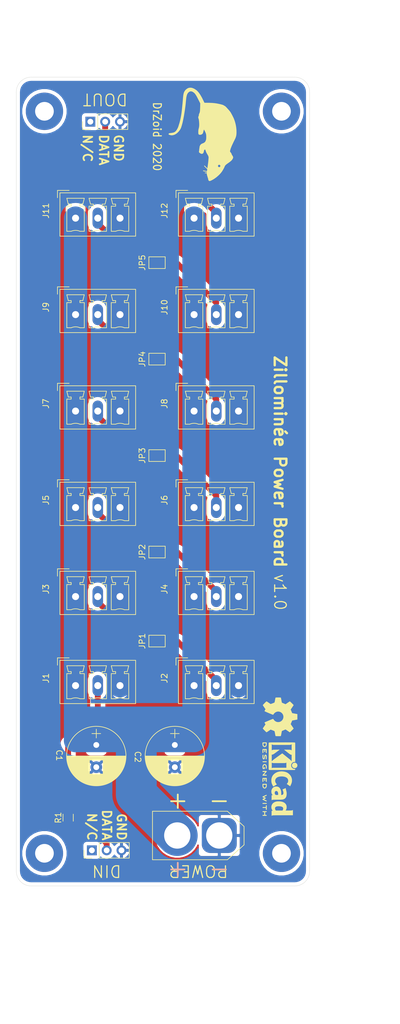
<source format=kicad_pcb>
(kicad_pcb (version 20171130) (host pcbnew "(5.1.4)-1")
  (layers (0 F.Cu signal hide) (31 B.Cu signal) (34 B.Paste user) (35 F.Paste user) (36 B.SilkS user) (37 F.SilkS user) (38 B.Mask user) (39 F.Mask user) (44 Edge.Cuts user))
  (net 0 "")
  (net 1 "Net-(J10-Pad2)")
  (net 2 "Net-(J2-Pad2)")
  (net 3 "Net-(J4-Pad2)")
  (net 4 "Net-(J6-Pad2)")
  (net 5 "Net-(J8-Pad2)")
  (net 6 +12V)
  (net 7 GND)
  (net 8 DATA_IN)
  (net 9 "Net-(J34-Pad2)")
  (net 10 DATA_OUT)
  (net 11 "Net-(J3-Pad2)")
  (net 12 "Net-(J5-Pad2)")
  (net 13 "Net-(J7-Pad2)")
  (net 14 "Net-(J9-Pad2)")
  (net 15 "Net-(J11-Pad2)")
  (module Mounting_Holes:MountingHole_3.2mm_M3_Pad (layer F.Cu) (at 30.48 167.64)
    (fp_text reference H4 hide)
    (fp_text value MountingHole)
    (pad 1 thru_hole circle (at 0 0) (size 6.4 6.4) (drill 3.2) (layers *.Cu *.Mask))
  )
  (module Mounting_Holes:MountingHole_3.2mm_M3_Pad (layer F.Cu) (at 71.12 167.64)
    (fp_text reference H3 hide)
    (fp_text value MountingHole)
    (pad 1 thru_hole circle (at 0 0) (size 6.4 6.4) (drill 3.2) (layers *.Cu *.Mask))
  )
  (module Mounting_Holes:MountingHole_3.2mm_M3_Pad (layer F.Cu) (at 71.12 40.64)
    (fp_text reference H2 hide)
    (fp_text value MountingHole)
    (pad 1 thru_hole circle (at 0 0) (size 6.4 6.4) (drill 3.2) (layers *.Cu *.Mask))
  )
  (module Mounting_Holes:MountingHole_3.2mm_M3_Pad (layer F.Cu) (at 30.48 40.64)
    (fp_text reference H1 hide)
    (fp_text value MountingHole)
    (pad 1 thru_hole circle (at 0 0) (size 6.4 6.4) (drill 3.2) (layers *.Cu *.Mask))
  )
  (module Capacitors_ThroughHole:CP_Radial_D10.0mm_P3.80mm (layer F.Cu) (at 52.832 149.098 270)
    (fp_text reference C2 (at 2.032 6.35 270 unlocked) (layer F.SilkS))
    (fp_text value CP)
    (pad 1 thru_hole rect (at 0 0 270) (size 2 2) (drill 1) (layers *.Cu *.Mask) (net 6 +12V))
    (pad 2 thru_hole circle (at 3.8 0 270) (size 2 2) (drill 1) (layers *.Cu *.Mask) (net 7 GND))
  )
  (module Capacitors_ThroughHole:CP_Radial_D10.0mm_P3.80mm (layer F.Cu) (at 39.37 149.098 270)
    (fp_text reference C1 (at 1.778 6.35 270 unlocked) (layer F.SilkS))
    (fp_text value CP)
    (pad 1 thru_hole rect (at 0 0 270) (size 2 2) (drill 1) (layers *.Cu *.Mask) (net 6 +12V))
    (pad 2 thru_hole circle (at 3.8 0 270) (size 2 2) (drill 1) (layers *.Cu *.Mask) (net 7 GND))
  )
  (module Symbols:OSHW-Symbol_6.7x6mm_SilkScreen (layer F.Cu) (at 70.866 144.272 270)
    (fp_text reference REF*** hide)
    (fp_text value OSHW-Symbol_6.7x6mm_SilkScreen hide)
  )
  (module Symbols:KiCad-Logo2_6mm_SilkScreen (layer F.Cu) (at 70.866 154.94 270)
    (fp_text reference REF*** hide)
    (fp_text value KiCad-Logo2_6mm_SilkScreen hide)
  )
  (module Jumper:SolderJumper-2_P1.3mm_Open_Pad1.0x1.5mm (layer F.Cu) (at 49.784 66.548 180)
    (fp_text reference JP5 (at 2.54 0 -90) (layer F.SilkS))
    (fp_text value SolderJumper_2_Open)
    (pad 1 smd rect (at -0.65 0 180) (size 1 1.5) (layers F.Cu F.Mask) (net 1 "Net-(J10-Pad2)"))
    (pad 2 smd rect (at 0.65 0 180) (size 1 1.5) (layers F.Cu F.Mask) (net 15 "Net-(J11-Pad2)"))
  )
  (module Jumper:SolderJumper-2_P1.3mm_Open_Pad1.0x1.5mm (layer F.Cu) (at 49.784 83.058 180)
    (fp_text reference JP4 (at 2.54 0 -90) (layer F.SilkS))
    (fp_text value SolderJumper_2_Open)
    (pad 1 smd rect (at -0.65 0 180) (size 1 1.5) (layers F.Cu F.Mask) (net 5 "Net-(J8-Pad2)"))
    (pad 2 smd rect (at 0.65 0 180) (size 1 1.5) (layers F.Cu F.Mask) (net 14 "Net-(J9-Pad2)"))
  )
  (module Jumper:SolderJumper-2_P1.3mm_Open_Pad1.0x1.5mm (layer F.Cu) (at 49.784 99.568 180)
    (fp_text reference JP3 (at 2.54 0 -90) (layer F.SilkS))
    (fp_text value SolderJumper_2_Open)
    (pad 1 smd rect (at -0.65 0 180) (size 1 1.5) (layers F.Cu F.Mask) (net 4 "Net-(J6-Pad2)"))
    (pad 2 smd rect (at 0.65 0 180) (size 1 1.5) (layers F.Cu F.Mask) (net 13 "Net-(J7-Pad2)"))
  )
  (module Jumper:SolderJumper-2_P1.3mm_Open_Pad1.0x1.5mm (layer F.Cu) (at 49.784 116.078 180)
    (fp_text reference JP2 (at 2.54 0 -90) (layer F.SilkS))
    (fp_text value SolderJumper_2_Open)
    (pad 1 smd rect (at -0.65 0 180) (size 1 1.5) (layers F.Cu F.Mask) (net 3 "Net-(J4-Pad2)"))
    (pad 2 smd rect (at 0.65 0 180) (size 1 1.5) (layers F.Cu F.Mask) (net 12 "Net-(J5-Pad2)"))
  )
  (module Jumper:SolderJumper-2_P1.3mm_Open_Pad1.0x1.5mm (layer F.Cu) (at 49.784 131.318 180)
    (fp_text reference JP1 (at 2.54 0 -90) (layer F.SilkS))
    (fp_text value SolderJumper_2_Open)
    (pad 1 smd rect (at -0.65 0 180) (size 1 1.5) (layers F.Cu F.Mask) (net 2 "Net-(J2-Pad2)"))
    (pad 2 smd rect (at 0.65 0 180) (size 1 1.5) (layers F.Cu F.Mask) (net 11 "Net-(J3-Pad2)"))
  )
  (module zillo-mini-devkit:LOGO_RAT (layer B.Cu) (at 59.944 44.958 90)
    (fp_text reference REF** hide)
    (fp_text value LOGO_RAT hide)
    (fp_poly (pts (xy -5.538 1.139) (xy -5.449 1.185) (xy -5.185 0.762) (xy -5.212 0.744) (xy -5.234 0.727) (xy -5.257 0.705) (xy -5.272 0.688) (xy -5.287 0.667) (xy -5.299 0.647) (xy -5.308 0.63) (xy -5.316 0.613) (xy -5.321 0.599) (xy -5.325 0.583) (xy -5.328 0.571) (xy -5.332 0.552) (xy -5.334 0.54) (xy -5.337 0.523) (xy -5.338 0.511) (xy -5.338 0.496) (xy -5.338 0.481) (xy -5.337 0.465) (xy -5.334 0.446) (xy -5.329 0.423) (xy -5.324 0.407) (xy -5.318 0.389) (xy -5.309 0.368) (xy -5.295 0.343) (xy -5.284 0.326) (xy -5.271 0.309) (xy -5.258 0.293) (xy -5.242 0.278) (xy -5.209 0.251) (xy -5.188 0.238) (xy -5.171 0.229) (xy -5.152 0.221) (xy -5.131 0.213) (xy -5.102 0.205) (xy -5.055 0.198) (xy -5.017 0.198) (xy -4.973 0.204) (xy -4.935 0.216) (xy -4.902 0.23) (xy -4.875 0.246) (xy -4.858 0.258) (xy -4.828 0.283) (xy -4.797 0.317) (xy -4.78 0.342) (xy -4.76 0.38) (xy -4.75 0.41) (xy -4.745 0.431) (xy -4.74 0.458) (xy -4.737 0.5) (xy -4.739 0.536) (xy -4.748 0.579) (xy -4.765 0.625) (xy -4.783 0.66) (xy -4.809 0.694) (xy -4.821 0.707) (xy -4.838 0.723) (xy -4.848 0.732) (xy -4.87 0.748) (xy -4.893 0.762) (xy -4.905 0.768) (xy -4.92 0.776) (xy -4.931 0.78) (xy -4.95 0.786) (xy -4.96 0.789) (xy -4.972 0.792) (xy -4.982 0.794) (xy -4.995 0.796) (xy -5.012 0.798) (xy -5.03 0.799) (xy -5.057 0.799) (xy -5.082 0.797) (xy -5.118 0.791) (xy -5.144 0.782) (xy -5.163 0.773) (xy -5.178 0.765) (xy -5.181 0.763) (xy -5.446 1.187) (xy -5.281 1.275) (xy -5.061 1.366) (xy -4.953 1.428) (xy -4.85 1.501) (xy -4.748 1.609) (xy -4.627 1.758) (xy -4.477 1.97) (xy -4.354 2.148) (xy -4.203 2.346) (xy -4.084 2.486) (xy -3.995 2.577) (xy -3.867 2.674) (xy -3.758 2.737) (xy -3.653 2.787) (xy -3.57 2.799) (xy -3.514 2.79) (xy -3.438 2.759) (xy -3.322 2.696) (xy -3.227 2.625) (xy -3.133 2.569) (xy -3.048 2.546) (xy -2.949 2.511) (xy -2.871 2.464) (xy -2.807 2.412) (xy -2.704 2.332) (xy -2.634 2.278) (xy -2.558 2.267) (xy -2.444 2.269) (xy -2.295 2.305) (xy -2.023 2.383) (xy -1.618 2.542) (xy -1.359 2.658) (xy -0.899 2.875) (xy -0.469 3.089) (xy -0.308 3.17) (xy -0.114 3.247) (xy 0.046 3.297) (xy 0.225 3.338) (xy 0.385 3.358) (xy 0.528 3.366) (xy 0.69 3.373) (xy 0.8 3.372) (xy 0.993 3.37) (xy 1.135 3.364) (xy 1.278 3.35) (xy 1.497 3.328) (xy 1.639 3.308) (xy 1.864 3.27) (xy 2.015 3.24) (xy 2.212 3.194) (xy 2.357 3.155) (xy 2.604 3.085) (xy 2.79 3.017) (xy 3.089 2.904) (xy 3.604 2.649) (xy 4.017 2.422) (xy 4.139 2.347) (xy 4.406 2.134) (xy 4.908 1.685) (xy 5.073 1.519) (xy 5.141 1.417) (xy 5.221 1.283) (xy 5.313 1.118) (xy 5.373 0.92) (xy 5.437 0.676) (xy 5.519 0.295) (xy 5.572 0.008) (xy 5.614 -0.295) (xy 5.648 -0.668) (xy 5.673 -1.234) (xy 5.681 -2.081) (xy 5.713 -2.101) (xy 6.21 -2.347) (xy 6.613 -2.543) (xy 7.101 -2.825) (xy 7.337 -2.986) (xy 7.5 -3.11) (xy 7.675 -3.269) (xy 7.804 -3.397) (xy 7.902 -3.529) (xy 7.992 -3.661) (xy 8.075 -3.796) (xy 8.164 -3.99) (xy 8.23 -4.173) (xy 8.256 -4.327) (xy 8.261 -4.46) (xy 8.253 -4.58) (xy 8.229 -4.692) (xy 8.184 -4.818) (xy 8.116 -4.936) (xy 8.036 -5.05) (xy 7.893 -5.213) (xy 7.707 -5.347) (xy 7.552 -5.43) (xy 7.396 -5.484) (xy 7.101 -5.548) (xy 6.744 -5.587) (xy 5.63 -5.684) (xy 4.822 -5.765) (xy 4.469 -5.803) (xy 4.039 -5.855) (xy 3.653 -5.912) (xy 3.212 -5.995) (xy 2.763 -6.093) (xy 2.316 -6.207) (xy 1.981 -6.314) (xy 1.67 -6.409) (xy 1.497 -6.475) (xy 1.308 -6.57) (xy 1.137 -6.665) (xy 0.99 -6.76) (xy 0.879 -6.857) (xy 0.767 -6.965) (xy 0.687 -7.075) (xy 0.63 -7.199) (xy 0.585 -7.308) (xy 0.561 -7.422) (xy 0.532 -7.572) (xy 0.509 -7.711) (xy 0.492 -7.85) (xy 0.483 -7.923) (xy 0.476 -7.995) (xy 0.469 -8.031) (xy 0.455 -8.048) (xy 0.424 -8.076) (xy 0.415 -8.078) (xy 0.401 -8.06) (xy 0.392 -8.034) (xy 0.382 -8.001) (xy 0.365 -7.94) (xy 0.348 -7.876) (xy 0.329 -7.812) (xy 0.311 -7.728) (xy 0.31 -7.662) (xy 0.307 -7.579) (xy 0.317 -7.508) (xy 0.329 -7.435) (xy 0.352 -7.338) (xy 0.379 -7.259) (xy 0.411 -7.176) (xy 0.448 -7.1) (xy 0.501 -7.006) (xy 0.565 -6.905) (xy 0.648 -6.793) (xy 0.744 -6.688) (xy 0.813 -6.619) (xy 0.912 -6.52) (xy 1.043 -6.418) (xy 1.147 -6.335) (xy 1.252 -6.269) (xy 1.484 -6.145) (xy 1.731 -6.062) (xy 1.822 -6.033) (xy 1.969 -5.989) (xy 2.347 -5.886) (xy 2.9 -5.765) (xy 3.568 -5.635) (xy 4.475 -5.487) (xy 5.185 -5.39) (xy 5.635 -5.339) (xy 5.965 -5.31) (xy 6.499 -5.253) (xy 6.72 -5.227) (xy 6.932 -5.18) (xy 7.112 -5.134) (xy 7.232 -5.093) (xy 7.41 -5.005) (xy 7.542 -4.907) (xy 7.621 -4.828) (xy 7.699 -4.735) (xy 7.766 -4.629) (xy 7.811 -4.517) (xy 7.828 -4.423) (xy 7.83 -4.334) (xy 7.823 -4.249) (xy 7.801 -4.149) (xy 7.768 -4.062) (xy 7.684 -3.91) (xy 7.64 -3.849) (xy 7.589 -3.782) (xy 7.554 -3.738) (xy 7.502 -3.687) (xy 7.417 -3.596) (xy 7.341 -3.536) (xy 7.253 -3.479) (xy 7.122 -3.392) (xy 6.986 -3.308) (xy 6.821 -3.216) (xy 6.713 -3.161) (xy 6.489 -3.046) (xy 6.142 -2.87) (xy 5.879 -2.735) (xy 5.729 -2.661) (xy 5.704 -2.649) (xy 5.686 -2.648) (xy 5.355 -2.654) (xy 4.952 -2.663) (xy 4.588 -2.679) (xy 4.381 -2.69) (xy 4.207 -2.72) (xy 4.129 -2.732) (xy 4.046 -2.76) (xy 3.95 -2.798) (xy 3.89 -2.832) (xy 3.824 -2.859) (xy 3.761 -2.879) (xy 3.669 -2.887) (xy 3.572 -2.9) (xy 3.5 -2.91) (xy 3.469 -2.927) (xy 3.415 -2.962) (xy 3.366 -2.977) (xy 3.323 -2.984) (xy 3.266 -2.985) (xy 3.22 -2.984) (xy 3.159 -2.963) (xy 3.113 -2.951) (xy 3.037 -2.923) (xy 2.944 -2.898) (xy 2.816 -2.876) (xy 2.548 -2.846) (xy 2.41 -2.839) (xy 2.214 -2.825) (xy 2.012 -2.822) (xy 1.818 -2.83) (xy 1.628 -2.852) (xy 1.466 -2.88) (xy 1.306 -2.924) (xy 1.199 -2.948) (xy 1.078 -2.966) (xy 0.946 -2.977) (xy 0.789 -2.979) (xy 0.6 -2.977) (xy 0.518 -2.968) (xy 0.465 -2.954) (xy 0.438 -2.938) (xy 0.42 -2.917) (xy 0.408 -2.888) (xy 0.401 -2.853) (xy 0.396 -2.808) (xy 0.395 -2.757) (xy 0.4 -2.705) (xy 0.409 -2.656) (xy 0.433 -2.586) (xy 0.47 -2.519) (xy 0.528 -2.439) (xy 0.583 -2.398) (xy 0.645 -2.371) (xy 0.784 -2.329) (xy 1.06 -2.257) (xy 1.207 -2.216) (xy 1.292 -2.162) (xy 1.335 -2.129) (xy 1.348 -2.106) (xy 1.326 -2.07) (xy 1.272 -2.033) (xy 1.193 -1.992) (xy 1.065 -1.918) (xy 0.772 -1.773) (xy 0.581 -1.7) (xy 0.543 -1.685) (xy 0.435 -1.655) (xy 0.293 -1.632) (xy 0.084 -1.617) (xy -0.07 -1.617) (xy -0.356 -1.623) (xy -0.501 -1.643) (xy -0.623 -1.671) (xy -0.732 -1.713) (xy -0.85 -1.763) (xy -0.911 -1.796) (xy -0.979 -1.847) (xy -1.034 -1.899) (xy -1.104 -1.984) (xy -1.156 -2.052) (xy -1.206 -2.16) (xy -1.249 -2.261) (xy -1.301 -2.385) (xy -1.335 -2.457) (xy -1.371 -2.512) (xy -1.398 -2.551) (xy -1.415 -2.572) (xy -1.448 -2.604) (xy -1.488 -2.634) (xy -1.6 -2.705) (xy -1.727 -2.754) (xy -1.943 -2.781) (xy -2.146 -2.815) (xy -2.41 -2.838) (xy -2.572 -2.861) (xy -2.605 -2.874) (xy -2.633 -2.87) (xy -2.671 -2.848) (xy -2.709 -2.8) (xy -2.737 -2.764) (xy -2.78 -2.71) (xy -2.823 -2.636) (xy -2.848 -2.574) (xy -2.865 -2.509) (xy -2.864 -2.441) (xy -2.832 -2.37) (xy -2.784 -2.314) (xy -2.733 -2.284) (xy -2.667 -2.252) (xy -2.558 -2.228) (xy -2.397 -2.197) (xy -2.289 -2.163) (xy -2.22 -2.113) (xy -2.177 -2.07) (xy -2.148 -2.014) (xy -2.135 -1.965) (xy -2.132 -1.92) (xy -2.141 -1.869) (xy -2.15 -1.841) (xy -2.167 -1.823) (xy -2.19 -1.809) (xy -2.22 -1.79) (xy -2.295 -1.762) (xy -2.445 -1.709) (xy -2.62 -1.642) (xy -2.689 -1.613) (xy -2.783 -1.563) (xy -2.893 -1.504) (xy -3.193 -1.325) (xy -3.304 -1.275) (xy -3.489 -1.222) (xy -3.647 -1.211) (xy -3.752 -1.225) (xy -3.963 -1.24) (xy -4.406 -1.281) (xy -4.664 -1.315) (xy -4.924 -1.349) (xy -5.16 -1.381) (xy -5.425 -1.426) (xy -5.848 -1.481) (xy -5.978 -1.503) (xy -6.181 -1.521) (xy -6.342 -1.525) (xy -6.454 -1.515) (xy -6.546 -1.497) (xy -6.812 -1.421) (xy -7.015 -1.361) (xy -7.099 -1.332) (xy -7.222 -1.298) (xy -7.359 -1.274) (xy -7.424 -1.254) (xy -7.472 -1.228) (xy -7.504 -1.195) (xy -7.516 -1.15) (xy -7.518 -1.097) (xy -7.485 -1.014) (xy -7.428 -0.883) (xy -7.305 -0.646) (xy -7.167 -0.415) (xy -6.996 -0.171) (xy -6.874 -0.009) (xy -6.647 0.251) (xy -6.482 0.432) (xy -6.25 0.65) (xy -6.007 0.846) (xy -5.859 0.949) (xy -5.719 1.032) (xy -5.619 1.092)) (layer F.Cu) (width 0.1))
    (pad 1 smd circle (at -5.047 0.527 90) (size 0.6 0.6) (layers F.Cu F.Mask))
  )
  (module Connectors_Phoenix:PhoenixContact_MCV-G_03x3.81mm_Vertical (layer F.Cu) (at 35.814 138.938)
    (fp_text reference J1 (at -5.08 -1.27 -90) (layer F.SilkS))
    (fp_text value Conn_01x03_Male)
    (pad 1 thru_hole rect (at 0 0) (size 1.8 3.6) (drill 1.2) (layers *.Cu *.Mask) (net 6 +12V))
    (pad 2 thru_hole oval (at 3.81 0) (size 1.8 3.6) (drill 1.2) (layers *.Cu *.Mask) (net 8 DATA_IN))
    (pad 3 thru_hole oval (at 7.62 0) (size 1.8 3.6) (drill 1.2) (layers *.Cu *.Mask) (net 7 GND))
  )
  (module Pin_Headers:Pin_Header_Straight_1x03_Pitch2.54mm (layer F.Cu) (at 38.354 42.418 90)
    (fp_text reference J13 hide)
    (fp_text value LED_DOUT)
    (pad 3 thru_hole oval (at 0 5.08 90) (size 1.7 1.7) (drill 1) (layers *.Cu *.Mask) (net 7 GND))
    (pad 2 thru_hole oval (at 0 2.54 90) (size 1.7 1.7) (drill 1) (layers *.Cu *.Mask) (net 10 DATA_OUT))
    (pad 1 thru_hole rect (at 0 0 90) (size 1.7 1.7) (drill 1) (layers *.Cu *.Mask))
  )
  (module Resistors_SMD:R_0805_HandSoldering (layer F.Cu) (at 34.544 161.544 90)
    (fp_text reference R1 (at 0 -1.7 -90) (layer F.SilkS))
    (fp_text value 470)
    (pad 1 smd rect (at -1.35 0 90) (size 1.5 1.3) (layers F.Cu F.Paste F.Mask) (net 9 "Net-(J34-Pad2)"))
    (pad 2 smd rect (at 1.35 0 90) (size 1.5 1.3) (layers F.Cu F.Paste F.Mask) (net 8 DATA_IN))
  )
  (module Pin_Headers:Pin_Header_Straight_1x03_Pitch2.54mm (layer F.Cu) (at 38.608 167.132 90)
    (fp_text reference J34 hide)
    (fp_text value LED_DIN hide)
    (pad 1 thru_hole rect (at 0 0 90) (size 1.7 1.7) (drill 1) (layers *.Cu *.Mask))
    (pad 2 thru_hole oval (at 0 2.54 90) (size 1.7 1.7) (drill 1) (layers *.Cu *.Mask) (net 9 "Net-(J34-Pad2)"))
    (pad 3 thru_hole oval (at 0 5.08 90) (size 1.7 1.7) (drill 1) (layers *.Cu *.Mask) (net 7 GND))
  )
  (module Connectors_Phoenix:PhoenixContact_MCV-G_03x3.81mm_Vertical (layer F.Cu) (at 35.814 91.948)
    (fp_text reference J7 (at -5.08 -1.27 -90) (layer F.SilkS))
    (fp_text value Conn_01x03_Male)
    (pad 1 thru_hole rect (at 0 0) (size 1.8 3.6) (drill 1.2) (layers *.Cu *.Mask) (net 6 +12V))
    (pad 2 thru_hole oval (at 3.81 0) (size 1.8 3.6) (drill 1.2) (layers *.Cu *.Mask) (net 13 "Net-(J7-Pad2)"))
    (pad 3 thru_hole oval (at 7.62 0) (size 1.8 3.6) (drill 1.2) (layers *.Cu *.Mask) (net 7 GND))
  )
  (module Connectors_Phoenix:PhoenixContact_MCV-G_03x3.81mm_Vertical (layer F.Cu) (at 56.134 91.948)
    (fp_text reference J8 (at -5.08 -1.27 -90) (layer F.SilkS))
    (fp_text value Conn_01x03_Male)
    (pad 1 thru_hole rect (at 0 0) (size 1.8 3.6) (drill 1.2) (layers *.Cu *.Mask) (net 6 +12V))
    (pad 2 thru_hole oval (at 3.81 0) (size 1.8 3.6) (drill 1.2) (layers *.Cu *.Mask) (net 5 "Net-(J8-Pad2)"))
    (pad 3 thru_hole oval (at 7.62 0) (size 1.8 3.6) (drill 1.2) (layers *.Cu *.Mask) (net 7 GND))
  )
  (module Connectors_Phoenix:PhoenixContact_MCV-G_03x3.81mm_Vertical (layer F.Cu) (at 35.814 58.928)
    (fp_text reference J11 (at -5.08 -1.27 -90) (layer F.SilkS))
    (fp_text value Conn_01x03_Male)
    (pad 1 thru_hole rect (at 0 0) (size 1.8 3.6) (drill 1.2) (layers *.Cu *.Mask) (net 6 +12V))
    (pad 2 thru_hole oval (at 3.81 0) (size 1.8 3.6) (drill 1.2) (layers *.Cu *.Mask) (net 15 "Net-(J11-Pad2)"))
    (pad 3 thru_hole oval (at 7.62 0) (size 1.8 3.6) (drill 1.2) (layers *.Cu *.Mask) (net 7 GND))
  )
  (module Connectors_Phoenix:PhoenixContact_MCV-G_03x3.81mm_Vertical (layer F.Cu) (at 56.134 75.438)
    (fp_text reference J10 (at -5.08 -1.27 -90) (layer F.SilkS))
    (fp_text value Conn_01x03_Male)
    (pad 1 thru_hole rect (at 0 0) (size 1.8 3.6) (drill 1.2) (layers *.Cu *.Mask) (net 6 +12V))
    (pad 2 thru_hole oval (at 3.81 0) (size 1.8 3.6) (drill 1.2) (layers *.Cu *.Mask) (net 1 "Net-(J10-Pad2)"))
    (pad 3 thru_hole oval (at 7.62 0) (size 1.8 3.6) (drill 1.2) (layers *.Cu *.Mask) (net 7 GND))
  )
  (module Connectors_Phoenix:PhoenixContact_MCV-G_03x3.81mm_Vertical (layer F.Cu) (at 56.134 58.928)
    (fp_text reference J12 (at -5.08 -1.27 -90) (layer F.SilkS))
    (fp_text value Conn_01x03_Male)
    (pad 1 thru_hole rect (at 0 0) (size 1.8 3.6) (drill 1.2) (layers *.Cu *.Mask) (net 6 +12V))
    (pad 2 thru_hole oval (at 3.81 0) (size 1.8 3.6) (drill 1.2) (layers *.Cu *.Mask) (net 10 DATA_OUT))
    (pad 3 thru_hole oval (at 7.62 0) (size 1.8 3.6) (drill 1.2) (layers *.Cu *.Mask) (net 7 GND))
  )
  (module Connectors_Phoenix:PhoenixContact_MCV-G_03x3.81mm_Vertical (layer F.Cu) (at 35.814 75.438)
    (fp_text reference J9 (at -5.08 -1.27 -90) (layer F.SilkS))
    (fp_text value Conn_01x03_Male)
    (pad 1 thru_hole rect (at 0 0) (size 1.8 3.6) (drill 1.2) (layers *.Cu *.Mask) (net 6 +12V))
    (pad 2 thru_hole oval (at 3.81 0) (size 1.8 3.6) (drill 1.2) (layers *.Cu *.Mask) (net 14 "Net-(J9-Pad2)"))
    (pad 3 thru_hole oval (at 7.62 0) (size 1.8 3.6) (drill 1.2) (layers *.Cu *.Mask) (net 7 GND))
  )
  (module Connectors_Phoenix:PhoenixContact_MCV-G_03x3.81mm_Vertical (layer F.Cu) (at 56.134 108.458)
    (fp_text reference J6 (at -5.08 -1.27 -90) (layer F.SilkS))
    (fp_text value Conn_01x03_Male)
    (pad 1 thru_hole rect (at 0 0) (size 1.8 3.6) (drill 1.2) (layers *.Cu *.Mask) (net 6 +12V))
    (pad 2 thru_hole oval (at 3.81 0) (size 1.8 3.6) (drill 1.2) (layers *.Cu *.Mask) (net 4 "Net-(J6-Pad2)"))
    (pad 3 thru_hole oval (at 7.62 0) (size 1.8 3.6) (drill 1.2) (layers *.Cu *.Mask) (net 7 GND))
  )
  (module Connectors_Phoenix:PhoenixContact_MCV-G_03x3.81mm_Vertical (layer F.Cu) (at 35.814 108.458)
    (fp_text reference J5 (at -5.08 -1.27 -90) (layer F.SilkS))
    (fp_text value Conn_01x03_Male)
    (pad 1 thru_hole rect (at 0 0) (size 1.8 3.6) (drill 1.2) (layers *.Cu *.Mask) (net 6 +12V))
    (pad 2 thru_hole oval (at 3.81 0) (size 1.8 3.6) (drill 1.2) (layers *.Cu *.Mask) (net 12 "Net-(J5-Pad2)"))
    (pad 3 thru_hole oval (at 7.62 0) (size 1.8 3.6) (drill 1.2) (layers *.Cu *.Mask) (net 7 GND))
  )
  (module Connectors_Phoenix:PhoenixContact_MCV-G_03x3.81mm_Vertical (layer F.Cu) (at 56.134 123.698)
    (fp_text reference J4 (at -5.08 -1.27 -90) (layer F.SilkS))
    (fp_text value Conn_01x03_Male)
    (pad 1 thru_hole rect (at 0 0) (size 1.8 3.6) (drill 1.2) (layers *.Cu *.Mask) (net 6 +12V))
    (pad 2 thru_hole oval (at 3.81 0) (size 1.8 3.6) (drill 1.2) (layers *.Cu *.Mask) (net 3 "Net-(J4-Pad2)"))
    (pad 3 thru_hole oval (at 7.62 0) (size 1.8 3.6) (drill 1.2) (layers *.Cu *.Mask) (net 7 GND))
  )
  (module Connectors_Phoenix:PhoenixContact_MCV-G_03x3.81mm_Vertical (layer F.Cu) (at 35.814 123.698)
    (fp_text reference J3 (at -5.08 -1.27 -90) (layer F.SilkS))
    (fp_text value Conn_01x03_Male)
    (pad 1 thru_hole rect (at 0 0) (size 1.8 3.6) (drill 1.2) (layers *.Cu *.Mask) (net 6 +12V))
    (pad 2 thru_hole oval (at 3.81 0) (size 1.8 3.6) (drill 1.2) (layers *.Cu *.Mask) (net 11 "Net-(J3-Pad2)"))
    (pad 3 thru_hole oval (at 7.62 0) (size 1.8 3.6) (drill 1.2) (layers *.Cu *.Mask) (net 7 GND))
  )
  (module Connectors_Phoenix:PhoenixContact_MCV-G_03x3.81mm_Vertical (layer F.Cu) (at 56.134 138.938)
    (fp_text reference J2 (at -5.08 -1.27 -90) (layer F.SilkS))
    (fp_text value Conn_01x03_Male)
    (pad 1 thru_hole rect (at 0 0) (size 1.8 3.6) (drill 1.2) (layers *.Cu *.Mask) (net 6 +12V))
    (pad 2 thru_hole oval (at 3.81 0) (size 1.8 3.6) (drill 1.2) (layers *.Cu *.Mask) (net 2 "Net-(J2-Pad2)"))
    (pad 3 thru_hole oval (at 7.62 0) (size 1.8 3.6) (drill 1.2) (layers *.Cu *.Mask) (net 7 GND))
  )
  (module Connector_AMASS:AMASS_XT60-F_1x02_P7.20mm_Vertical (layer F.Cu) (at 60.452 164.592 180)
    (fp_text reference POWER1 hide)
    (fp_text value XT60)
    (pad 1 thru_hole roundrect (at 0 0 180) (size 6 6) (drill 4.5) (layers *.Cu *.Mask) (net 7 GND))
    (pad 2 thru_hole circle (at 7.2 0 180) (size 6 6) (drill 4.5) (layers *.Cu *.Mask) (net 6 +12V))
  )
  (gr_line (start 28.194 173.228) (end 73.406 173.228) (layer Edge.Cuts) (width 0.05))
  (gr_line (start 73.406 34.798) (end 28.194 34.798) (layer Edge.Cuts) (width 0.05))
  (gr_line (start 25.654 170.688) (end 25.654 37.338) (layer Edge.Cuts) (width 0.05))
  (gr_line (start 75.946 37.338) (end 75.946 170.688) (layer Edge.Cuts) (width 0.05))
  (gr_text v1.0 (at 70.866 122.936 270) (layer F.SilkS) (effects (font (size 2 2) (thickness 0.2))))
  (gr_text + (at 53.34 158.496) (layer F.SilkS) (effects (font (size 3 3) (thickness 0.3)) (justify mirror)))
  (gr_text POWER (at 56.896 170.688 -180) (layer F.SilkS) (effects (font (size 2 2) (thickness 0.2))))
  (gr_text DIN (at 41.148 170.688 -180) (layer F.SilkS) (effects (font (size 2 2) (thickness 0.2))))
  (gr_text DOUT (at 40.894 38.608 180) (layer F.SilkS) (effects (font (size 2 2) (thickness 0.2))))
  (gr_text N/C (at 37.846 44.45 270) (layer F.SilkS) (effects (font (size 1.5 1.5) (thickness 0.3)) (justify left)))
  (gr_text GND (at 43.18 44.45 270) (layer F.SilkS) (effects (font (size 1.5 1.5) (thickness 0.3)) (justify left)))
  (gr_text DATA (at 40.64 44.45 270) (layer F.SilkS) (effects (font (size 1.5 1.5) (thickness 0.3)) (justify left)))
  (gr_text DATA (at 41.148 165.608 270) (layer F.SilkS) (effects (font (size 1.5 1.5) (thickness 0.3)) (justify right)))
  (gr_text GND (at 43.688 165.608 270) (layer F.SilkS) (effects (font (size 1.5 1.5) (thickness 0.3)) (justify right)))
  (gr_text N/C (at 38.608 165.608 270) (layer F.SilkS) (effects (font (size 1.5 1.5) (thickness 0.3)) (justify right)))
  (gr_text "Zillominée Power Board" (at 70.866 100.584 270) (layer F.SilkS) (effects (font (size 2 2) (thickness 0.4))))
  (gr_text "DrZoid 2020" (at 49.784 44.958 270) (layer F.SilkS) (effects (font (size 1.35 1.25) (thickness 0.2))))
  (gr_text - (at 60.452 158.496) (layer F.SilkS) (effects (font (size 3 3) (thickness 0.3)) (justify mirror)))
  (gr_text - (at 60.452 170.18) (layer B.SilkS) (effects (font (size 3 3) (thickness 0.3)) (justify mirror)))
  (gr_arc (start 28.194 170.688) (end 25.654 170.688) (angle -90) (layer Edge.Cuts) (width 0.05))
  (gr_arc (start 28.194 37.338) (end 28.194 34.798) (angle -90) (layer Edge.Cuts) (width 0.05))
  (gr_arc (start 73.406 37.338) (end 75.946 37.338) (angle -90) (layer Edge.Cuts) (width 0.05))
  (gr_arc (start 73.406 170.688) (end 73.406 173.228) (angle -90) (layer Edge.Cuts) (width 0.05))
  (gr_text + (at 53.34 170.18) (layer B.SilkS) (effects (font (size 3 3) (thickness 0.3)) (justify mirror)))
  (segment (start 59.944 75.438) (end 59.944 74.538) (width 0.25) (layer F.Cu) (net 1))
  (segment (start 51.184 66.548) (end 50.434 66.548) (width 0.25) (layer F.Cu) (net 1))
  (segment (start 53.104 66.548) (end 51.184 66.548) (width 1) (layer F.Cu) (net 1))
  (segment (start 59.944 73.388) (end 53.104 66.548) (width 1) (layer F.Cu) (net 1))
  (segment (start 59.944 75.438) (end 59.944 73.388) (width 0.25) (layer F.Cu) (net 1))
  (segment (start 51.184 131.318) (end 50.434 131.318) (width 0.25) (layer F.Cu) (net 2))
  (segment (start 53.224 131.318) (end 51.184 131.318) (width 1) (layer F.Cu) (net 2))
  (segment (start 59.944 138.038) (end 53.224 131.318) (width 1) (layer F.Cu) (net 2))
  (segment (start 59.944 138.938) (end 59.944 138.038) (width 0.25) (layer F.Cu) (net 2))
  (segment (start 51.184 116.078) (end 50.434 116.078) (width 0.25) (layer F.Cu) (net 3))
  (segment (start 53.224 116.078) (end 51.184 116.078) (width 1) (layer F.Cu) (net 3))
  (segment (start 59.944 122.798) (end 53.224 116.078) (width 1) (layer F.Cu) (net 3))
  (segment (start 59.944 123.698) (end 59.944 122.798) (width 0.25) (layer F.Cu) (net 3))
  (segment (start 59.944 106.408) (end 53.104 99.568) (width 1) (layer F.Cu) (net 4))
  (segment (start 59.944 108.458) (end 59.944 106.408) (width 1) (layer F.Cu) (net 4))
  (segment (start 53.104 99.568) (end 50.434 99.568) (width 1) (layer F.Cu) (net 4))
  (segment (start 51.184 83.058) (end 50.434 83.058) (width 0.25) (layer F.Cu) (net 5))
  (segment (start 53.104 83.058) (end 51.184 83.058) (width 1) (layer F.Cu) (net 5))
  (segment (start 59.944 89.898) (end 53.104 83.058) (width 1) (layer F.Cu) (net 5))
  (segment (start 59.944 91.948) (end 59.944 89.898) (width 1) (layer F.Cu) (net 5))
  (segment (start 35.814 138.938) (end 35.814 58.928) (width 4) (layer B.Cu) (net 6))
  (segment (start 56.134 58.928) (end 56.134 138.938) (width 4) (layer B.Cu) (net 6))
  (segment (start 56.134 138.938) (end 56.134 140.988) (width 0.25) (layer B.Cu) (net 6))
  (segment (start 56.134 144.526) (end 35.814 144.526) (width 4) (layer B.Cu) (net 6))
  (segment (start 56.134 148.336) (end 56.134 123.698) (width 4) (layer B.Cu) (net 6))
  (segment (start 35.814 148.336) (end 35.814 123.698) (width 4) (layer B.Cu) (net 6))
  (segment (start 56.134 148.336) (end 54.046 148.336) (width 4) (layer B.Cu) (net 6))
  (segment (start 46.228 155.536) (end 46.228 148.336) (width 7) (layer B.Cu) (net 6))
  (segment (start 54.046 148.336) (end 46.228 148.336) (width 4) (layer B.Cu) (net 6))
  (segment (start 46.228 148.336) (end 35.814 148.336) (width 4) (layer B.Cu) (net 6))
  (segment (start 46.228 157.568) (end 46.228 155.536) (width 7) (layer B.Cu) (net 6))
  (segment (start 53.252 164.592) (end 46.228 157.568) (width 7) (layer B.Cu) (net 6))
  (segment (start 43.434 138.938) (end 43.434 58.928) (width 4) (layer B.Cu) (net 7))
  (segment (start 63.754 58.928) (end 63.754 56.642) (width 4) (layer B.Cu) (net 7))
  (segment (start 43.434 59.69) (end 43.434 56.642) (width 4) (layer B.Cu) (net 7))
  (segment (start 63.754 58.928) (end 63.754 138.938) (width 4) (layer B.Cu) (net 7))
  (segment (start 39.624 143.838) (end 39.624 138.938) (width 1) (layer F.Cu) (net 8))
  (segment (start 34.544 148.918) (end 34.544 160.194) (width 1) (layer F.Cu) (net 8))
  (segment (start 39.624 143.838) (end 34.544 148.918) (width 1) (layer F.Cu) (net 8))
  (segment (start 41.148 165.929919) (end 41.148 167.132) (width 1) (layer F.Cu) (net 9))
  (segment (start 38.112081 162.894) (end 41.148 165.929919) (width 1) (layer F.Cu) (net 9))
  (segment (start 34.544 162.894) (end 38.112081 162.894) (width 1) (layer F.Cu) (net 9))
  (segment (start 59.944 58.928) (end 59.944 58.028) (width 0.25) (layer F.Cu) (net 10))
  (segment (start 59.944 58.028) (end 53.224 51.308) (width 1) (layer F.Cu) (net 10))
  (segment (start 40.894 42.418) (end 40.894 47.498) (width 1) (layer F.Cu) (net 10))
  (segment (start 40.894 47.498) (end 44.704 51.308) (width 1) (layer F.Cu) (net 10))
  (segment (start 44.704 51.308) (end 53.224 51.308) (width 1) (layer F.Cu) (net 10))
  (segment (start 48.384 131.318) (end 49.134 131.318) (width 0.25) (layer F.Cu) (net 11))
  (segment (start 46.344 131.318) (end 48.384 131.318) (width 1) (layer F.Cu) (net 11))
  (segment (start 39.624 124.598) (end 46.344 131.318) (width 1) (layer F.Cu) (net 11))
  (segment (start 39.624 123.698) (end 39.624 124.598) (width 0.25) (layer F.Cu) (net 11))
  (segment (start 39.624 109.358) (end 39.624 108.458) (width 0.25) (layer F.Cu) (net 12))
  (segment (start 46.344 116.078) (end 39.624 109.358) (width 1) (layer F.Cu) (net 12))
  (segment (start 49.134 116.078) (end 46.344 116.078) (width 1) (layer F.Cu) (net 12))
  (segment (start 46.344 99.568) (end 39.624 92.848) (width 1) (layer F.Cu) (net 13))
  (segment (start 49.134 99.568) (end 46.344 99.568) (width 1) (layer F.Cu) (net 13))
  (segment (start 39.624 76.338) (end 39.624 75.438) (width 0.25) (layer F.Cu) (net 14))
  (segment (start 46.344 83.058) (end 39.624 76.338) (width 1) (layer F.Cu) (net 14))
  (segment (start 49.134 83.058) (end 46.344 83.058) (width 1) (layer F.Cu) (net 14))
  (segment (start 39.624 59.828) (end 39.624 58.928) (width 0.25) (layer F.Cu) (net 15))
  (segment (start 46.344 66.548) (end 39.624 59.828) (width 1) (layer F.Cu) (net 15))
  (segment (start 49.134 66.548) (end 46.344 66.548) (width 1) (layer F.Cu) (net 15))
  (zone (net 7) (net_name GND) (layer F.Cu) (connect_pads (clearance 0.8)) (min_thickness 0.254) (fill yes (arc_segments 32) (thermal_gap 0.508) (thermal_bridge_width 0.508))
    (polygon (pts (xy 91.44 21.59) (xy 22.86 21.59) (xy 22.86 196.85) (xy 91.44 196.85)))
  )
  (zone (net 7) (net_name GND) (layer B.Cu) (connect_pads (clearance 0.6)) (min_thickness 0.254) (fill yes (arc_segments 32) (thermal_gap 0.508) (thermal_bridge_width 0.508))
    (polygon (pts (xy 22.86 21.59) (xy 91.44 21.59) (xy 91.44 196.85) (xy 22.86 196.85)))
  )
)
</source>
